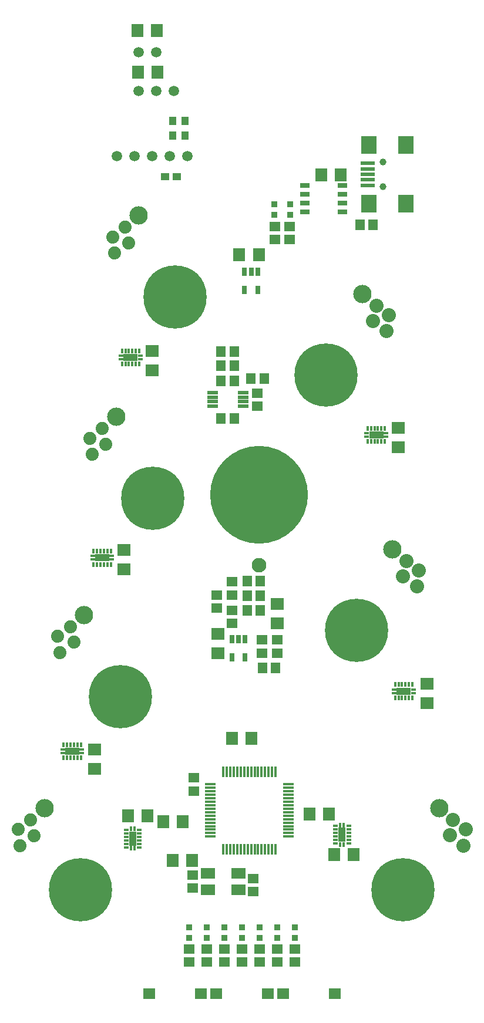
<source format=gbr>
G75*
%MOIN*%
%OFA0B0*%
%FSLAX25Y25*%
%IPPOS*%
%LPD*%
%AMOC8*
5,1,8,0,0,1.08239X$1,22.5*
%
%ADD10C,0.10400*%
%ADD11C,0.35833*%
%ADD12C,0.07400*%
%ADD13C,0.08000*%
%ADD14R,0.01500X0.06200*%
%ADD15R,0.06200X0.01500*%
%ADD16R,0.09061X0.10243*%
%ADD17R,0.08274X0.02369*%
%ADD18C,0.03943*%
%ADD19R,0.02565X0.05124*%
%ADD20R,0.06306X0.05518*%
%ADD21R,0.05518X0.06306*%
%ADD22C,0.08274*%
%ADD23C,0.55518*%
%ADD24R,0.06109X0.01896*%
%ADD25R,0.04337X0.04731*%
%ADD26C,0.05900*%
%ADD27R,0.04731X0.04337*%
%ADD28R,0.06699X0.07487*%
%ADD29R,0.07880X0.05912*%
%ADD30R,0.05518X0.03156*%
%ADD31R,0.03550X0.03550*%
%ADD32R,0.07487X0.06699*%
%ADD33R,0.02520X0.01654*%
%ADD34R,0.01642X0.03031*%
%ADD35R,0.04094X0.08268*%
%ADD36R,0.01654X0.02520*%
%ADD37R,0.03031X0.01642*%
%ADD38R,0.08268X0.04094*%
%ADD39R,0.06699X0.05912*%
D10*
X0066486Y0123323D03*
X0089022Y0233016D03*
X0107259Y0345561D03*
X0120112Y0459913D03*
X0246927Y0415386D03*
X0264049Y0270425D03*
X0290545Y0123343D03*
D11*
X0269955Y0077083D03*
X0243459Y0224165D03*
X0226337Y0369126D03*
X0140703Y0413654D03*
X0127849Y0299301D03*
X0109612Y0186756D03*
X0087077Y0077063D03*
D12*
X0052707Y0102063D03*
X0051526Y0111118D03*
X0058612Y0116630D03*
X0060581Y0107772D03*
X0075242Y0211756D03*
X0074061Y0220811D03*
X0081148Y0226323D03*
X0083116Y0217465D03*
X0093479Y0324301D03*
X0092298Y0333356D03*
X0099385Y0338868D03*
X0101353Y0330010D03*
X0106333Y0438654D03*
X0105152Y0447709D03*
X0112238Y0453220D03*
X0114207Y0444362D03*
D13*
X0252833Y0399835D03*
X0254801Y0408693D03*
X0261888Y0403181D03*
X0260707Y0394126D03*
X0271923Y0263732D03*
X0269955Y0254874D03*
X0277829Y0249165D03*
X0279010Y0258220D03*
X0298419Y0116650D03*
X0305506Y0111138D03*
X0304325Y0102083D03*
X0296451Y0107791D03*
D14*
X0197599Y0099894D03*
X0195599Y0099894D03*
X0193599Y0099894D03*
X0191699Y0099894D03*
X0189699Y0099894D03*
X0187699Y0099894D03*
X0185799Y0099894D03*
X0183799Y0099894D03*
X0181799Y0099894D03*
X0179799Y0099894D03*
X0177899Y0099894D03*
X0175899Y0099894D03*
X0173899Y0099894D03*
X0171999Y0099894D03*
X0169999Y0099894D03*
X0167999Y0099894D03*
X0167999Y0144094D03*
X0169999Y0144094D03*
X0171999Y0144094D03*
X0173899Y0144094D03*
X0175899Y0144094D03*
X0177899Y0144094D03*
X0179799Y0144094D03*
X0181799Y0144094D03*
X0183799Y0144094D03*
X0185799Y0144094D03*
X0187699Y0144094D03*
X0189699Y0144094D03*
X0191699Y0144094D03*
X0193599Y0144094D03*
X0195599Y0144094D03*
X0197599Y0144094D03*
D15*
X0204899Y0136794D03*
X0204899Y0134794D03*
X0204899Y0132794D03*
X0204899Y0130894D03*
X0204899Y0128894D03*
X0204899Y0126894D03*
X0204899Y0124994D03*
X0204899Y0122994D03*
X0204899Y0120994D03*
X0204899Y0118994D03*
X0204899Y0117094D03*
X0204899Y0115094D03*
X0204899Y0113094D03*
X0204899Y0111194D03*
X0204899Y0109194D03*
X0204899Y0107194D03*
X0160699Y0107194D03*
X0160699Y0109194D03*
X0160699Y0111194D03*
X0160699Y0113094D03*
X0160699Y0115094D03*
X0160699Y0117094D03*
X0160699Y0118994D03*
X0160699Y0120994D03*
X0160699Y0122994D03*
X0160699Y0124994D03*
X0160699Y0126894D03*
X0160699Y0128894D03*
X0160699Y0130894D03*
X0160699Y0132794D03*
X0160699Y0134794D03*
X0160699Y0136794D03*
D16*
X0250777Y0466732D03*
X0250777Y0499803D03*
X0271643Y0499803D03*
X0271643Y0466732D03*
D17*
X0249792Y0476969D03*
X0249792Y0480118D03*
X0249792Y0483268D03*
X0249792Y0486417D03*
X0249792Y0489567D03*
D18*
X0258651Y0490157D03*
X0258651Y0476378D03*
D19*
X0187575Y0427947D03*
X0183835Y0427947D03*
X0180094Y0427947D03*
X0180094Y0417711D03*
X0187575Y0417711D03*
X0180382Y0219124D03*
X0176642Y0219124D03*
X0172902Y0219124D03*
X0172902Y0208887D03*
X0180382Y0208887D03*
D20*
X0190057Y0211409D03*
X0190057Y0218890D03*
X0198521Y0218874D03*
X0198521Y0211394D03*
X0172827Y0228264D03*
X0172827Y0235744D03*
X0172823Y0244347D03*
X0172823Y0251828D03*
X0164429Y0244275D03*
X0164429Y0236794D03*
X0151370Y0140502D03*
X0151370Y0133022D03*
X0150563Y0085280D03*
X0150563Y0077799D03*
X0148585Y0043319D03*
X0148585Y0035839D03*
X0158585Y0035839D03*
X0158585Y0043319D03*
X0168585Y0043319D03*
X0168585Y0035839D03*
X0178585Y0035839D03*
X0178585Y0043319D03*
X0188585Y0043319D03*
X0188585Y0035839D03*
X0198585Y0035839D03*
X0198585Y0043319D03*
X0208585Y0043319D03*
X0208585Y0035839D03*
X0185063Y0075799D03*
X0185063Y0083280D03*
X0187300Y0351490D03*
X0187300Y0358970D03*
X0197186Y0446152D03*
X0197186Y0453632D03*
X0205561Y0453632D03*
X0205561Y0446152D03*
D21*
X0174173Y0382669D03*
X0166693Y0382669D03*
X0166693Y0374544D03*
X0166746Y0366113D03*
X0174226Y0366113D03*
X0174173Y0374544D03*
X0183746Y0367363D03*
X0191226Y0367363D03*
X0174226Y0344488D03*
X0166746Y0344488D03*
X0181536Y0252423D03*
X0181458Y0244077D03*
X0181518Y0235719D03*
X0188998Y0235719D03*
X0188938Y0244077D03*
X0189017Y0252423D03*
X0190234Y0203106D03*
X0197715Y0203106D03*
X0245579Y0454616D03*
X0253059Y0454616D03*
D22*
X0188413Y0261203D03*
D23*
X0188413Y0301203D03*
D24*
X0179297Y0351582D03*
X0179297Y0354141D03*
X0179297Y0356700D03*
X0179297Y0359259D03*
X0161974Y0359259D03*
X0161974Y0356700D03*
X0161974Y0354141D03*
X0161974Y0351582D03*
D25*
X0146118Y0505430D03*
X0139425Y0505430D03*
X0139426Y0513477D03*
X0146119Y0513477D03*
D26*
X0139998Y0530549D03*
X0129998Y0530549D03*
X0119998Y0530549D03*
X0120085Y0552704D03*
X0130085Y0552704D03*
X0127551Y0493548D03*
X0117551Y0493548D03*
X0107551Y0493548D03*
X0137585Y0493579D03*
X0147585Y0493579D03*
D27*
X0141618Y0481805D03*
X0134925Y0481805D03*
D28*
X0130534Y0541352D03*
X0119511Y0541352D03*
X0119261Y0564852D03*
X0130284Y0564852D03*
X0177094Y0437730D03*
X0188117Y0437730D03*
X0223573Y0483079D03*
X0234596Y0483079D03*
X0184096Y0163079D03*
X0173073Y0163079D03*
X0145096Y0115579D03*
X0134073Y0115579D03*
X0125096Y0119079D03*
X0114073Y0119079D03*
X0139323Y0093579D03*
X0150346Y0093579D03*
X0216880Y0119998D03*
X0227904Y0119998D03*
X0230823Y0096829D03*
X0241846Y0096829D03*
D29*
X0176512Y0086406D03*
X0176512Y0076957D03*
X0159189Y0076957D03*
X0159189Y0086406D03*
D30*
X0214124Y0461886D03*
X0214124Y0466886D03*
X0214124Y0471886D03*
X0214124Y0476886D03*
X0235778Y0476886D03*
X0235778Y0471886D03*
X0235778Y0466886D03*
X0235778Y0461886D03*
D31*
X0205811Y0460439D03*
X0205811Y0466344D03*
X0196811Y0466344D03*
X0196811Y0460439D03*
X0198585Y0055531D03*
X0198585Y0049626D03*
X0208585Y0049626D03*
X0208585Y0055531D03*
X0188585Y0055531D03*
X0188585Y0049626D03*
X0178585Y0049626D03*
X0178585Y0055531D03*
X0168585Y0055531D03*
X0168585Y0049626D03*
X0158585Y0049626D03*
X0158585Y0055531D03*
X0148585Y0055531D03*
X0148585Y0049626D03*
D32*
X0095085Y0145567D03*
X0095085Y0156591D03*
X0111618Y0258817D03*
X0111618Y0269841D03*
X0164793Y0222150D03*
X0164793Y0211126D03*
X0198537Y0228204D03*
X0198537Y0239227D03*
X0267335Y0328317D03*
X0267335Y0339341D03*
X0283585Y0194091D03*
X0283585Y0183067D03*
X0127748Y0371937D03*
X0127748Y0382961D03*
D33*
X0120285Y0110959D03*
X0120285Y0108990D03*
X0120285Y0107022D03*
X0120285Y0105053D03*
X0120285Y0103085D03*
X0120285Y0101116D03*
X0112805Y0101116D03*
X0112805Y0103085D03*
X0112805Y0105053D03*
X0112805Y0107022D03*
X0112805Y0108990D03*
X0112805Y0110959D03*
X0231663Y0111161D03*
X0231663Y0109193D03*
X0231663Y0107224D03*
X0231663Y0105256D03*
X0231663Y0103287D03*
X0231663Y0113130D03*
X0239144Y0113130D03*
X0239144Y0111161D03*
X0239144Y0109193D03*
X0239144Y0107224D03*
X0239144Y0105256D03*
X0239144Y0103287D03*
D34*
X0236386Y0102756D03*
X0234417Y0102756D03*
X0234417Y0113661D03*
X0236386Y0113661D03*
X0117531Y0111490D03*
X0115563Y0111490D03*
X0115563Y0100585D03*
X0117531Y0100585D03*
D35*
X0116545Y0106037D03*
X0235404Y0108209D03*
D36*
X0265506Y0186012D03*
X0267474Y0186012D03*
X0269443Y0186012D03*
X0271411Y0186012D03*
X0273380Y0186012D03*
X0275348Y0186012D03*
X0275348Y0193492D03*
X0273380Y0193492D03*
X0271411Y0193492D03*
X0269443Y0193492D03*
X0267474Y0193492D03*
X0265506Y0193492D03*
X0259707Y0331478D03*
X0257738Y0331478D03*
X0255770Y0331478D03*
X0253801Y0331478D03*
X0251833Y0331478D03*
X0249864Y0331478D03*
X0249864Y0338959D03*
X0251833Y0338959D03*
X0253801Y0338959D03*
X0255770Y0338959D03*
X0257738Y0338959D03*
X0259707Y0338959D03*
X0120352Y0375520D03*
X0118384Y0375520D03*
X0116415Y0375520D03*
X0114447Y0375520D03*
X0112478Y0375520D03*
X0110510Y0375520D03*
X0110510Y0383000D03*
X0112478Y0383000D03*
X0114447Y0383000D03*
X0116415Y0383000D03*
X0118384Y0383000D03*
X0120352Y0383000D03*
X0104215Y0269244D03*
X0102246Y0269244D03*
X0100278Y0269244D03*
X0098309Y0269244D03*
X0096341Y0269244D03*
X0094372Y0269244D03*
X0094372Y0261764D03*
X0096341Y0261764D03*
X0098309Y0261764D03*
X0100278Y0261764D03*
X0102246Y0261764D03*
X0104215Y0261764D03*
X0087175Y0159276D03*
X0085207Y0159276D03*
X0083238Y0159276D03*
X0081270Y0159276D03*
X0079301Y0159276D03*
X0077333Y0159276D03*
X0077333Y0151795D03*
X0079301Y0151795D03*
X0081270Y0151795D03*
X0083238Y0151795D03*
X0085207Y0151795D03*
X0087175Y0151795D03*
D37*
X0087707Y0154549D03*
X0087707Y0156518D03*
X0076801Y0156518D03*
X0076801Y0154549D03*
X0093841Y0264518D03*
X0093841Y0266486D03*
X0104746Y0266486D03*
X0104746Y0264518D03*
X0109978Y0378274D03*
X0109978Y0380242D03*
X0120884Y0380242D03*
X0120884Y0378274D03*
X0249333Y0336201D03*
X0249333Y0334232D03*
X0260238Y0334232D03*
X0260238Y0336201D03*
X0264974Y0190734D03*
X0264974Y0188766D03*
X0275880Y0188766D03*
X0275880Y0190734D03*
D38*
X0270427Y0189752D03*
X0254785Y0335219D03*
X0115431Y0379260D03*
X0099293Y0265504D03*
X0082254Y0155535D03*
D39*
X0125821Y0018079D03*
X0155348Y0018079D03*
X0163821Y0018079D03*
X0193348Y0018079D03*
X0201821Y0018079D03*
X0231348Y0018079D03*
M02*

</source>
